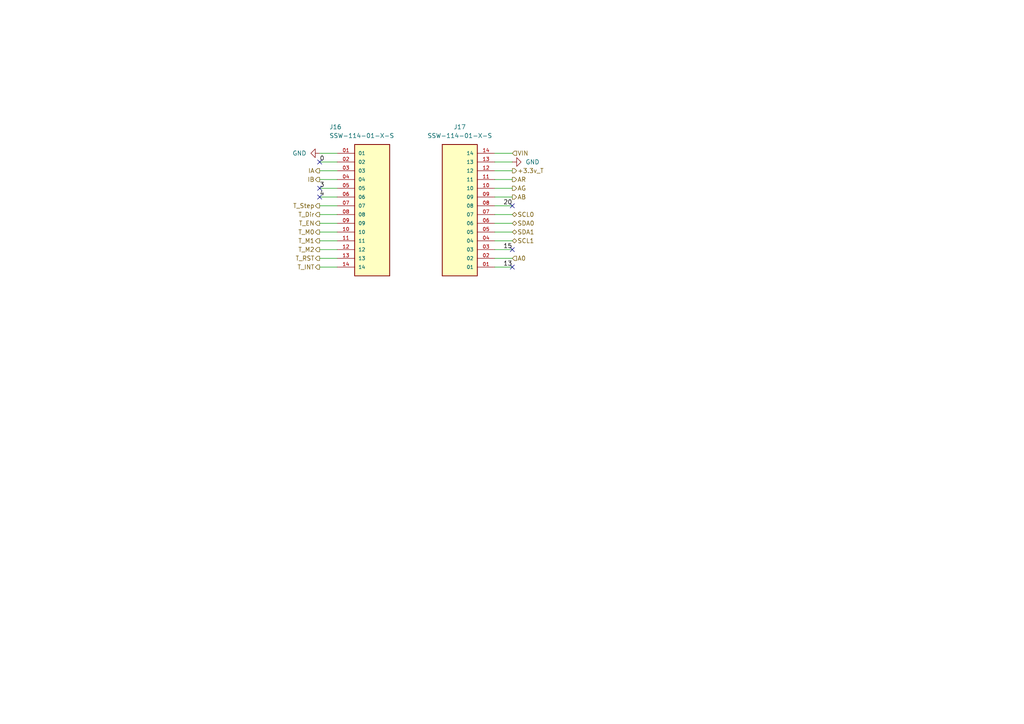
<source format=kicad_sch>
(kicad_sch (version 20250114) (generator "eeschema") (generator_version "9.0")
  (paper "A4")
  (title_block (title "Teensy4.0") (company "Maxwell Stoughton") (comment 1 "mstoughton.org"))
  (lib_symbols
    (symbol "SSW-114-01-X-S:SSW-114-01-X-S" (pin_names (offset 1.016))
      (property "Reference" "J" (at -5.08 18.542 0))
      (property "Value" "SSW-114-01-X-S" (at -5.08 -21.082 0))
      (symbol "SSW-114-01-X-S_0_0"
        (rectangle (start -5.08 -20.32) (end 5.08 17.78) (stroke (width 0.254)) (fill (type background)))
        (pin passive line (at -10.16 15.24 0) (length 5.08) (name "01") (number "01"))
        (pin passive line (at -10.16 12.7 0) (length 5.08) (name "02") (number "02"))
        (pin passive line (at -10.16 10.16 0) (length 5.08) (name "03") (number "03"))
        (pin passive line (at -10.16 7.62 0) (length 5.08) (name "04") (number "04"))
        (pin passive line (at -10.16 5.08 0) (length 5.08) (name "05") (number "05"))
        (pin passive line (at -10.16 2.54 0) (length 5.08) (name "06") (number "06"))
        (pin passive line (at -10.16 0 0) (length 5.08) (name "07") (number "07"))
        (pin passive line (at -10.16 -2.54 0) (length 5.08) (name "08") (number "08"))
        (pin passive line (at -10.16 -5.08 0) (length 5.08) (name "09") (number "09"))
        (pin passive line (at -10.16 -7.62 0) (length 5.08) (name "10") (number "10"))
        (pin passive line (at -10.16 -10.16 0) (length 5.08) (name "11") (number "11"))
        (pin passive line (at -10.16 -12.7 0) (length 5.08) (name "12") (number "12"))
        (pin passive line (at -10.16 -15.24 0) (length 5.08) (name "13") (number "13"))
        (pin passive line (at -10.16 -17.78 0) (length 5.08) (name "14") (number "14"))
      )
    )
    (symbol "power:GND" (power) (pin_numbers (hide yes)) (pin_names (offset 0) (hide yes))
      (property "Value" "GND" (at 0 -3.81 0))
      (symbol "GND_0_1"
        (polyline (pts (xy 0 0) (xy 0 -1.27) (xy 1.27 -1.27) (xy 0 -2.54) (xy -1.27 -1.27) (xy 0 -1.27)))
      )
      (symbol "GND_1_1"
        (pin power_in line (at 0 0 270) (length 0) (name "~") (number "1"))
      )
    )
  )
  (no_connect (at 148.59 77.47))
  (no_connect (at 92.71 57.15))
  (no_connect (at 92.71 46.99))
  (no_connect (at 92.71 54.61))
  (no_connect (at 148.59 59.69))
  (no_connect (at 148.59 72.39))
  (wire (pts (xy 148.59 74.93) (xy 143.51 74.93)))
  (wire (pts (xy 92.71 46.99) (xy 97.79 46.99)))
  (wire (pts (xy 92.71 67.31) (xy 97.79 67.31)))
  (wire (pts (xy 92.71 69.85) (xy 97.79 69.85)))
  (wire (pts (xy 92.71 77.47) (xy 97.79 77.47)))
  (wire (pts (xy 92.71 54.61) (xy 97.79 54.61)))
  (wire (pts (xy 92.71 44.45) (xy 97.79 44.45)))
  (wire (pts (xy 92.71 57.15) (xy 97.79 57.15)))
  (wire (pts (xy 148.59 54.61) (xy 143.51 54.61)))
  (wire (pts (xy 148.59 67.31) (xy 143.51 67.31)))
  (wire (pts (xy 92.71 52.07) (xy 97.79 52.07)))
  (wire (pts (xy 148.59 52.07) (xy 143.51 52.07)))
  (wire (pts (xy 92.71 49.53) (xy 97.79 49.53)))
  (wire (pts (xy 92.71 62.23) (xy 97.79 62.23)))
  (wire (pts (xy 148.59 59.69) (xy 143.51 59.69)))
  (wire (pts (xy 148.59 62.23) (xy 143.51 62.23)))
  (wire (pts (xy 92.71 72.39) (xy 97.79 72.39)))
  (wire (pts (xy 148.59 64.77) (xy 143.51 64.77)))
  (wire (pts (xy 148.59 69.85) (xy 143.51 69.85)))
  (wire (pts (xy 148.59 72.39) (xy 143.51 72.39)))
  (wire (pts (xy 148.59 44.45) (xy 143.51 44.45)))
  (wire (pts (xy 92.71 64.77) (xy 97.79 64.77)))
  (wire (pts (xy 92.71 59.69) (xy 97.79 59.69)))
  (wire (pts (xy 92.71 74.93) (xy 97.79 74.93)))
  (wire (pts (xy 148.59 46.99) (xy 143.51 46.99)))
  (wire (pts (xy 148.59 57.15) (xy 143.51 57.15)))
  (wire (pts (xy 143.51 49.53) (xy 148.59 49.53)))
  (wire (pts (xy 148.59 77.47) (xy 143.51 77.47)))
  (label "3" (at 92.71 54.61 0))
  (label "0" (at 92.71 46.99 0))
  (label "20" (at 148.59 59.69 180))
  (label "4" (at 92.71 57.15 0))
  (label "15" (at 148.59 72.39 180))
  (label "13" (at 148.59 77.47 180))
  (hierarchical_label "VIN" (shape input) (at 148.59 44.45 0))
  (hierarchical_label "T_Step" (shape output) (at 92.71 59.69 180))
  (hierarchical_label "AR" (shape output) (at 148.59 52.07 0))
  (hierarchical_label "T_INT" (shape output) (at 92.71 77.47 180))
  (hierarchical_label "T_EN" (shape output) (at 92.71 64.77 180))
  (hierarchical_label "+3.3v_T" (shape output) (at 148.59 49.53 0))
  (hierarchical_label "A0" (shape input) (at 148.59 74.93 0))
  (hierarchical_label "T_M0" (shape output) (at 92.71 67.31 180))
  (hierarchical_label "AB" (shape output) (at 148.59 57.15 0))
  (hierarchical_label "T_Dir" (shape output) (at 92.71 62.23 180))
  (hierarchical_label "AG" (shape output) (at 148.59 54.61 0))
  (hierarchical_label "SDA0" (shape bidirectional) (at 148.59 64.77 0))
  (hierarchical_label "SDA1" (shape bidirectional) (at 148.59 67.31 0))
  (hierarchical_label "T_M2" (shape output) (at 92.71 72.39 180))
  (hierarchical_label "SCL0" (shape bidirectional) (at 148.59 62.23 0))
  (hierarchical_label "T_M1" (shape output) (at 92.71 69.85 180))
  (hierarchical_label "T_RST" (shape output) (at 92.71 74.93 180))
  (hierarchical_label "IB" (shape output) (at 92.71 52.07 180))
  (hierarchical_label "SCL1" (shape bidirectional) (at 148.59 69.85 0))
  (hierarchical_label "IA" (shape output) (at 92.71 49.53 180))
  (symbol (lib_id "power:GND") (at 92.71 44.45 270) (unit 1)
    (property "Reference" "#PWR056" (effects (hide yes)))
    (property "Value" "GND" (at 88.9 44.4499 90) (effects (justify right)))
    (property "Description" "Power symbol creates a global label with name \"GND\" , ground" (effects (hide yes)))
  )
  (symbol (lib_id "power:GND") (at 148.59 46.99 90) (unit 1)
    (property "Reference" "#PWR057" (effects (hide yes)))
    (property "Value" "GND" (at 152.4 46.9899 90) (effects (justify right)))
    (property "Description" "Power symbol creates a global label with name \"GND\" , ground" (effects (hide yes)))
  )
  (symbol (lib_id "SSW-114-01-X-S:SSW-114-01-X-S") (at 133.35 62.23 180) (unit 1)
    (property "Reference" "J17" (at 133.35 36.83 0))
    (property "Value" "SSW-114-01-X-S" (at 133.35 39.37 0))
    (property "Footprint" "Custom Components:SAMTEC_SSW-114-01-X-S" (effects (hide yes)))
    (property "PARTREV" "A" (effects (hide yes)))
    (property "MANUFACTURER" "Samtec" (effects (hide yes)))
    (property "MAXIMUM_PACKAGE_HEIGHT" "8.51mm" (effects (hide yes)))
    (property "STANDARD" "Manufacturer Recommendations" (effects (hide yes)))
  )
  (symbol (lib_id "SSW-114-01-X-S:SSW-114-01-X-S") (at 107.95 59.69 0) (unit 1)
    (property "Reference" "J16" (at 95.504 36.83 0) (effects (justify left)))
    (property "Value" "SSW-114-01-X-S" (at 95.504 39.37 0) (effects (justify left)))
    (property "Footprint" "Custom Components:SAMTEC_SSW-114-01-X-S" (effects (hide yes)))
    (property "PARTREV" "A" (effects (hide yes)))
    (property "MANUFACTURER" "Samtec" (effects (hide yes)))
    (property "MAXIMUM_PACKAGE_HEIGHT" "8.51mm" (effects (hide yes)))
    (property "STANDARD" "Manufacturer Recommendations" (effects (hide yes)))
  )
)
</source>
